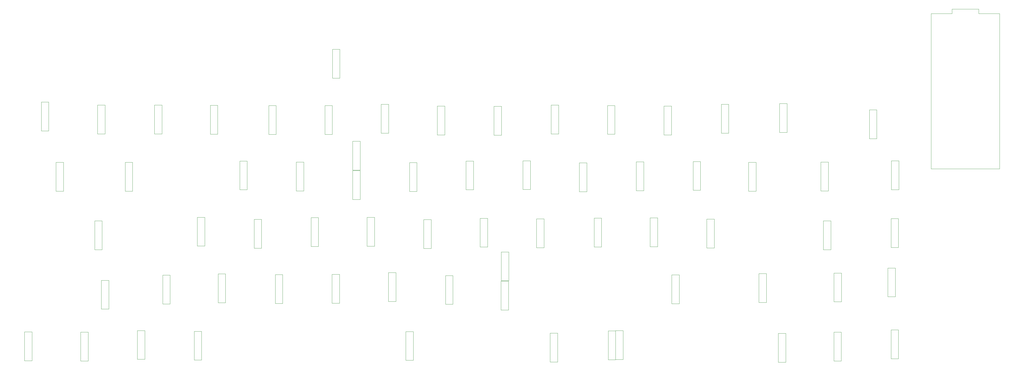
<source format=gbr>
%TF.GenerationSoftware,KiCad,Pcbnew,9.0.2*%
%TF.CreationDate,2025-06-27T22:30:48-07:00*%
%TF.ProjectId,Proj3,50726f6a-332e-46b6-9963-61645f706362,rev?*%
%TF.SameCoordinates,Original*%
%TF.FileFunction,Other,User*%
%FSLAX46Y46*%
G04 Gerber Fmt 4.6, Leading zero omitted, Abs format (unit mm)*
G04 Created by KiCad (PCBNEW 9.0.2) date 2025-06-27 22:30:48*
%MOMM*%
%LPD*%
G01*
G04 APERTURE LIST*
%ADD10C,0.050000*%
G04 APERTURE END LIST*
%TO.C,D67*%
D10*
X252470000Y-286102000D02*
X254970000Y-286102000D01*
X254970000Y-295822000D01*
X252470000Y-295822000D01*
X252470000Y-286102000D01*
%TO.C,D75*%
X297490000Y-248142000D02*
X299990000Y-248142000D01*
X299990000Y-257862000D01*
X297490000Y-257862000D01*
X297490000Y-248142000D01*
%TO.C,D95*%
X239130000Y-304992000D02*
X241630000Y-304992000D01*
X241630000Y-314712000D01*
X239130000Y-314712000D01*
X239130000Y-304992000D01*
%TO.C,D57*%
X354380000Y-247962000D02*
X356880000Y-247962000D01*
X356880000Y-257682000D01*
X354380000Y-257682000D01*
X354380000Y-247962000D01*
%TO.C,D24*%
X240390000Y-248062000D02*
X242890000Y-248062000D01*
X242890000Y-257782000D01*
X240390000Y-257782000D01*
X240390000Y-248062000D01*
%TO.C,D42*%
X221270000Y-250762000D02*
X223770000Y-250762000D01*
X223770000Y-260482000D01*
X221270000Y-260482000D01*
X221270000Y-250762000D01*
%TO.C,D43*%
X302430000Y-266772000D02*
X304930000Y-266772000D01*
X304930000Y-276492000D01*
X302430000Y-276492000D01*
X302430000Y-266772000D01*
%TO.C,D59*%
X259360000Y-247502000D02*
X261860000Y-247502000D01*
X261860000Y-257222000D01*
X259360000Y-257222000D01*
X259360000Y-247502000D01*
%TO.C,D74*%
X335710000Y-247662000D02*
X338210000Y-247662000D01*
X338210000Y-257382000D01*
X335710000Y-257382000D01*
X335710000Y-247662000D01*
%TO.C,D80*%
X226110000Y-266502000D02*
X228610000Y-266502000D01*
X228610000Y-276222000D01*
X226110000Y-276222000D01*
X226110000Y-266502000D01*
%TO.C,D91*%
X278500000Y-247422000D02*
X281000000Y-247422000D01*
X281000000Y-257142000D01*
X278500000Y-257142000D01*
X278500000Y-247422000D01*
%TO.C,D40*%
X378670000Y-247912000D02*
X381170000Y-247912000D01*
X381170000Y-257632000D01*
X378670000Y-257632000D01*
X378670000Y-247912000D01*
%TO.C,D66*%
X245160000Y-267262000D02*
X247660000Y-267262000D01*
X247660000Y-276982000D01*
X245160000Y-276982000D01*
X245160000Y-267262000D01*
%TO.C,D41*%
X202300000Y-247852000D02*
X204800000Y-247852000D01*
X204800000Y-257572000D01*
X202300000Y-257572000D01*
X202300000Y-247852000D01*
%TO.C,D14*%
X207250000Y-266602000D02*
X209750000Y-266602000D01*
X209750000Y-276322000D01*
X207250000Y-276322000D01*
X207250000Y-266602000D01*
%TO.C,D17*%
X235790000Y-294842000D02*
X233290000Y-294842000D01*
X233290000Y-285122000D01*
X235790000Y-285122000D01*
X235790000Y-294842000D01*
%TO.C,D34*%
X379530000Y-267672000D02*
X382030000Y-267672000D01*
X382030000Y-277392000D01*
X379530000Y-277392000D01*
X379530000Y-267672000D01*
%TO.C,D64*%
X264130000Y-266802000D02*
X266630000Y-266802000D01*
X266630000Y-276522000D01*
X264130000Y-276522000D01*
X264130000Y-266802000D01*
%TO.C,D26*%
X307160000Y-304772000D02*
X309660000Y-304772000D01*
X309660000Y-314492000D01*
X307160000Y-314492000D01*
X307160000Y-304772000D01*
%TO.C,D107*%
X402270000Y-266932000D02*
X404770000Y-266932000D01*
X404770000Y-276652000D01*
X402270000Y-276652000D01*
X402270000Y-266932000D01*
%TO.C,D79*%
X321280000Y-266692000D02*
X323780000Y-266692000D01*
X323780000Y-276412000D01*
X321280000Y-276412000D01*
X321280000Y-266692000D01*
%TO.C,D8*%
X402240000Y-304452000D02*
X404740000Y-304452000D01*
X404740000Y-314172000D01*
X402240000Y-314172000D01*
X402240000Y-304452000D01*
%TO.C,D18*%
X328560000Y-285882000D02*
X331060000Y-285882000D01*
X331060000Y-295602000D01*
X328560000Y-295602000D01*
X328560000Y-285882000D01*
%TO.C,D32*%
X383020000Y-305202000D02*
X385520000Y-305202000D01*
X385520000Y-314922000D01*
X383020000Y-314922000D01*
X383020000Y-305202000D01*
%TO.C,D65*%
X283080000Y-267002000D02*
X285580000Y-267002000D01*
X285580000Y-276722000D01*
X283080000Y-276722000D01*
X283080000Y-267002000D01*
%TO.C,D81*%
X271170000Y-287992000D02*
X273670000Y-287992000D01*
X273670000Y-297712000D01*
X271170000Y-297712000D01*
X271170000Y-287992000D01*
%TO.C,D83*%
X271230000Y-278152000D02*
X273730000Y-278152000D01*
X273730000Y-287872000D01*
X271230000Y-287872000D01*
X271230000Y-278152000D01*
%TO.C,D7*%
X309680000Y-304722000D02*
X312180000Y-304722000D01*
X312180000Y-314442000D01*
X309680000Y-314442000D01*
X309680000Y-304722000D01*
%TO.C,D106*%
X402380000Y-247472000D02*
X404880000Y-247472000D01*
X404880000Y-257192000D01*
X402380000Y-257192000D01*
X402380000Y-247472000D01*
%TO.C,D47*%
X287640000Y-305552000D02*
X290140000Y-305552000D01*
X290140000Y-315272000D01*
X287640000Y-315272000D01*
X287640000Y-305552000D01*
%TO.C,D58*%
X340330000Y-267082000D02*
X342830000Y-267082000D01*
X342830000Y-276802000D01*
X340330000Y-276802000D01*
X340330000Y-267082000D01*
%TO.C,D5*%
X364370000Y-305592000D02*
X366870000Y-305592000D01*
X366870000Y-315312000D01*
X364370000Y-315312000D01*
X364370000Y-305592000D01*
%TO.C,D89*%
X316600000Y-247792000D02*
X319100000Y-247792000D01*
X319100000Y-257512000D01*
X316600000Y-257512000D01*
X316600000Y-247792000D01*
%TO.C,D99*%
X136790000Y-287712000D02*
X139290000Y-287712000D01*
X139290000Y-297432000D01*
X136790000Y-297432000D01*
X136790000Y-287712000D01*
%TO.C,D114*%
X364810000Y-228172000D02*
X367310000Y-228172000D01*
X367310000Y-237892000D01*
X364810000Y-237892000D01*
X364810000Y-228172000D01*
%TO.C,D112*%
X287990000Y-228682000D02*
X290490000Y-228682000D01*
X290490000Y-238402000D01*
X287990000Y-238402000D01*
X287990000Y-228682000D01*
%TO.C,D71*%
X129840000Y-305192000D02*
X132340000Y-305192000D01*
X132340000Y-314912000D01*
X129840000Y-314912000D01*
X129840000Y-305192000D01*
%TO.C,D105*%
X357860000Y-285492000D02*
X360360000Y-285492000D01*
X360360000Y-295212000D01*
X357860000Y-295212000D01*
X357860000Y-285492000D01*
%TO.C,D27*%
X121530000Y-247942000D02*
X124030000Y-247942000D01*
X124030000Y-257662000D01*
X121530000Y-257662000D01*
X121530000Y-247942000D01*
%TO.C,D103*%
X328450000Y-238752000D02*
X325950000Y-238752000D01*
X325950000Y-229032000D01*
X328450000Y-229032000D01*
X328450000Y-238752000D01*
%TO.C,D90*%
X183310000Y-247502000D02*
X185810000Y-247502000D01*
X185810000Y-257222000D01*
X183310000Y-257222000D01*
X183310000Y-247502000D01*
%TO.C,D51*%
X110950000Y-305102000D02*
X113450000Y-305102000D01*
X113450000Y-314822000D01*
X110950000Y-314822000D01*
X110950000Y-305102000D01*
%TO.C,D113*%
X216960000Y-219612000D02*
X214460000Y-219612000D01*
X214460000Y-209892000D01*
X216960000Y-209892000D01*
X216960000Y-219612000D01*
%TO.C,D48*%
X188140000Y-267212000D02*
X190640000Y-267212000D01*
X190640000Y-276932000D01*
X188140000Y-276932000D01*
X188140000Y-267212000D01*
%TO.C,D49*%
X401180000Y-283562000D02*
X403680000Y-283562000D01*
X403680000Y-293282000D01*
X401180000Y-293282000D01*
X401180000Y-283562000D01*
%TO.C,D35*%
X268780000Y-229082000D02*
X271280000Y-229082000D01*
X271280000Y-238802000D01*
X268780000Y-238802000D01*
X268780000Y-229082000D01*
%TO.C,D98*%
X347710000Y-238160000D02*
X345210000Y-238160000D01*
X345210000Y-228440000D01*
X347710000Y-228440000D01*
X347710000Y-238160000D01*
%TO.C,D56*%
X173410000Y-228712000D02*
X175910000Y-228712000D01*
X175910000Y-238432000D01*
X173410000Y-238432000D01*
X173410000Y-228712000D01*
%TO.C,D33*%
X134540000Y-267662000D02*
X137040000Y-267662000D01*
X137040000Y-277382000D01*
X134540000Y-277382000D01*
X134540000Y-267662000D01*
%TO.C,D104*%
X211920000Y-228862000D02*
X214420000Y-228862000D01*
X214420000Y-238582000D01*
X211920000Y-238582000D01*
X211920000Y-228862000D01*
%TO.C,D23*%
X116600000Y-227642000D02*
X119100000Y-227642000D01*
X119100000Y-237362000D01*
X116600000Y-237362000D01*
X116600000Y-227642000D01*
%TO.C,D31*%
X394990000Y-230302000D02*
X397490000Y-230302000D01*
X397490000Y-240022000D01*
X394990000Y-240022000D01*
X394990000Y-230302000D01*
%TO.C,D9*%
X157390000Y-285992000D02*
X159890000Y-285992000D01*
X159890000Y-295712000D01*
X157390000Y-295712000D01*
X157390000Y-285992000D01*
%TO.C,D25*%
X144800000Y-247952000D02*
X147300000Y-247952000D01*
X147300000Y-257672000D01*
X144800000Y-257672000D01*
X144800000Y-247952000D01*
%TO.C,D97*%
X249740000Y-228982000D02*
X252240000Y-228982000D01*
X252240000Y-238702000D01*
X249740000Y-238702000D01*
X249740000Y-228982000D01*
%TO.C,D88*%
X193060000Y-228832000D02*
X195560000Y-228832000D01*
X195560000Y-238552000D01*
X193060000Y-238552000D01*
X193060000Y-228832000D01*
%TO.C,D82*%
X230840000Y-228392000D02*
X233340000Y-228392000D01*
X233340000Y-238112000D01*
X230840000Y-238112000D01*
X230840000Y-228392000D01*
%TO.C,D39*%
X135520000Y-228672000D02*
X138020000Y-228672000D01*
X138020000Y-238392000D01*
X135520000Y-238392000D01*
X135520000Y-228672000D01*
%TO.C,D96*%
X148910000Y-304642000D02*
X151410000Y-304642000D01*
X151410000Y-314362000D01*
X148910000Y-314362000D01*
X148910000Y-304642000D01*
%TO.C,D63*%
X169050000Y-266472000D02*
X171550000Y-266472000D01*
X171550000Y-276192000D01*
X169050000Y-276192000D01*
X169050000Y-266472000D01*
%TO.C,D72*%
X154670000Y-228652000D02*
X157170000Y-228652000D01*
X157170000Y-238372000D01*
X154670000Y-238372000D01*
X154670000Y-228652000D01*
%TO.C,D6*%
X383090000Y-285262000D02*
X385590000Y-285262000D01*
X385590000Y-294982000D01*
X383090000Y-294982000D01*
X383090000Y-285262000D01*
%TO.C,D87*%
X306920000Y-228782000D02*
X309420000Y-228782000D01*
X309420000Y-238502000D01*
X306920000Y-238502000D01*
X306920000Y-228782000D01*
%TO.C,D16*%
X214320000Y-285712000D02*
X216820000Y-285712000D01*
X216820000Y-295432000D01*
X214320000Y-295432000D01*
X214320000Y-285712000D01*
%TO.C,D50*%
X176030000Y-285542000D02*
X178530000Y-285542000D01*
X178530000Y-295262000D01*
X176030000Y-295262000D01*
X176030000Y-285542000D01*
%TO.C,D15*%
X195230000Y-285842000D02*
X197730000Y-285842000D01*
X197730000Y-295562000D01*
X195230000Y-295562000D01*
X195230000Y-285842000D01*
%TO.C,D73*%
X221300000Y-240842000D02*
X223800000Y-240842000D01*
X223800000Y-250562000D01*
X221300000Y-250562000D01*
X221300000Y-240842000D01*
%TO.C,D55*%
X168000000Y-304902000D02*
X170500000Y-304902000D01*
X170500000Y-314622000D01*
X168000000Y-314622000D01*
X168000000Y-304902000D01*
%TO.C,A1*%
X431750000Y-197822000D02*
X438790000Y-197822000D01*
X438790000Y-250122000D01*
X415710000Y-250122000D01*
X415710000Y-197822000D01*
X422750000Y-197822000D01*
X422750000Y-196272000D01*
X431750000Y-196272000D01*
X431750000Y-197822000D01*
%TD*%
M02*

</source>
